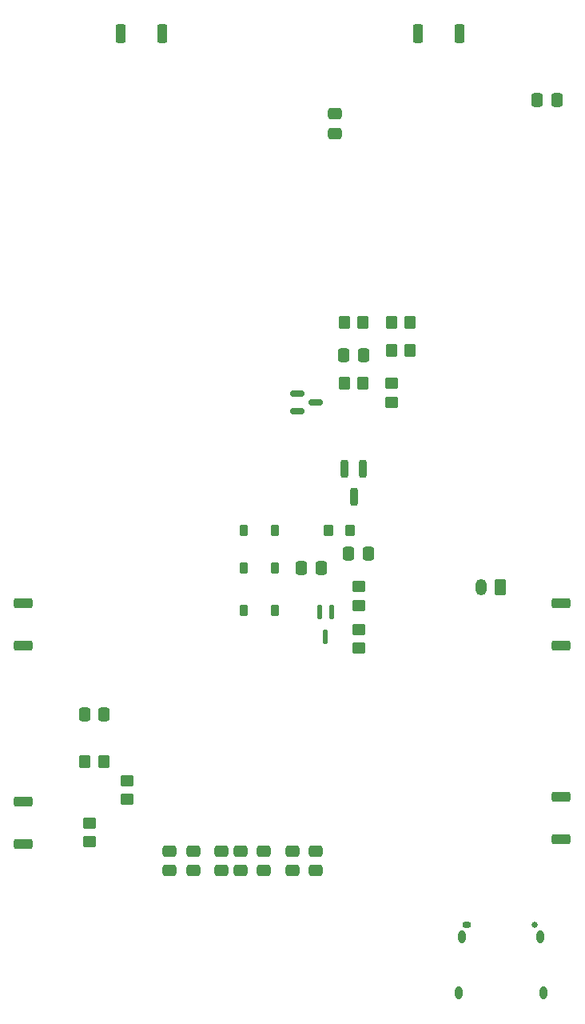
<source format=gbr>
%TF.GenerationSoftware,KiCad,Pcbnew,9.0.6*%
%TF.CreationDate,2025-11-23T22:18:39-05:00*%
%TF.ProjectId,EPD_HUB_ESP32,4550445f-4855-4425-9f45-535033322e6b,rev?*%
%TF.SameCoordinates,Original*%
%TF.FileFunction,Soldermask,Top*%
%TF.FilePolarity,Negative*%
%FSLAX46Y46*%
G04 Gerber Fmt 4.6, Leading zero omitted, Abs format (unit mm)*
G04 Created by KiCad (PCBNEW 9.0.6) date 2025-11-23 22:18:39*
%MOMM*%
%LPD*%
G01*
G04 APERTURE LIST*
G04 Aperture macros list*
%AMRoundRect*
0 Rectangle with rounded corners*
0 $1 Rounding radius*
0 $2 $3 $4 $5 $6 $7 $8 $9 X,Y pos of 4 corners*
0 Add a 4 corners polygon primitive as box body*
4,1,4,$2,$3,$4,$5,$6,$7,$8,$9,$2,$3,0*
0 Add four circle primitives for the rounded corners*
1,1,$1+$1,$2,$3*
1,1,$1+$1,$4,$5*
1,1,$1+$1,$6,$7*
1,1,$1+$1,$8,$9*
0 Add four rect primitives between the rounded corners*
20,1,$1+$1,$2,$3,$4,$5,0*
20,1,$1+$1,$4,$5,$6,$7,0*
20,1,$1+$1,$6,$7,$8,$9,0*
20,1,$1+$1,$8,$9,$2,$3,0*%
G04 Aperture macros list end*
%ADD10RoundRect,0.250000X-0.275000X-0.750000X0.275000X-0.750000X0.275000X0.750000X-0.275000X0.750000X0*%
%ADD11RoundRect,0.250000X0.750000X-0.275000X0.750000X0.275000X-0.750000X0.275000X-0.750000X-0.275000X0*%
%ADD12RoundRect,0.250000X-0.750000X0.275000X-0.750000X-0.275000X0.750000X-0.275000X0.750000X0.275000X0*%
%ADD13RoundRect,0.250000X0.275000X0.750000X-0.275000X0.750000X-0.275000X-0.750000X0.275000X-0.750000X0*%
%ADD14O,1.200000X1.750000*%
%ADD15RoundRect,0.250000X0.350000X0.625000X-0.350000X0.625000X-0.350000X-0.625000X0.350000X-0.625000X0*%
%ADD16C,0.650000*%
%ADD17O,0.950000X0.650000*%
%ADD18O,0.800000X1.400000*%
%ADD19RoundRect,0.250000X-0.450000X0.350000X-0.450000X-0.350000X0.450000X-0.350000X0.450000X0.350000X0*%
%ADD20RoundRect,0.250000X0.337500X0.475000X-0.337500X0.475000X-0.337500X-0.475000X0.337500X-0.475000X0*%
%ADD21RoundRect,0.225000X0.225000X0.375000X-0.225000X0.375000X-0.225000X-0.375000X0.225000X-0.375000X0*%
%ADD22RoundRect,0.112500X0.112500X0.637500X-0.112500X0.637500X-0.112500X-0.637500X0.112500X-0.637500X0*%
%ADD23RoundRect,0.200000X-0.200000X0.750000X-0.200000X-0.750000X0.200000X-0.750000X0.200000X0.750000X0*%
%ADD24RoundRect,0.150000X-0.587500X-0.150000X0.587500X-0.150000X0.587500X0.150000X-0.587500X0.150000X0*%
%ADD25RoundRect,0.225000X-0.225000X-0.375000X0.225000X-0.375000X0.225000X0.375000X-0.225000X0.375000X0*%
%ADD26RoundRect,0.250000X-0.337500X-0.475000X0.337500X-0.475000X0.337500X0.475000X-0.337500X0.475000X0*%
%ADD27RoundRect,0.250000X0.350000X0.450000X-0.350000X0.450000X-0.350000X-0.450000X0.350000X-0.450000X0*%
%ADD28RoundRect,0.250000X-0.350000X-0.450000X0.350000X-0.450000X0.350000X0.450000X-0.350000X0.450000X0*%
%ADD29RoundRect,0.250000X0.275000X0.350000X-0.275000X0.350000X-0.275000X-0.350000X0.275000X-0.350000X0*%
%ADD30RoundRect,0.250000X0.450000X-0.350000X0.450000X0.350000X-0.450000X0.350000X-0.450000X-0.350000X0*%
%ADD31RoundRect,0.250000X0.475000X-0.337500X0.475000X0.337500X-0.475000X0.337500X-0.475000X-0.337500X0*%
%ADD32RoundRect,0.250000X-0.475000X0.337500X-0.475000X-0.337500X0.475000X-0.337500X0.475000X0.337500X0*%
G04 APERTURE END LIST*
D10*
%TO.C,SW3*%
X121713840Y-47000000D03*
X126163840Y-47000000D03*
%TD*%
D11*
%TO.C,SW7*%
X111438840Y-111725000D03*
X111438840Y-107275000D03*
%TD*%
D12*
%TO.C,SW5*%
X111438840Y-128275000D03*
X111438840Y-132725000D03*
%TD*%
D11*
%TO.C,SW4*%
X168438840Y-111725000D03*
X168438840Y-107275000D03*
%TD*%
D13*
%TO.C,SW2*%
X157663840Y-47000000D03*
X153213840Y-47000000D03*
%TD*%
D12*
%TO.C,SW1*%
X168438840Y-127775000D03*
X168438840Y-132225000D03*
%TD*%
D14*
%TO.C,J5*%
X159938840Y-105550000D03*
D15*
X161938840Y-105550000D03*
%TD*%
D16*
%TO.C,J1*%
X165639840Y-141300000D03*
D17*
X158439840Y-141300000D03*
D18*
X166529840Y-148500000D03*
X166169840Y-142550000D03*
X157909840Y-142550000D03*
X157549840Y-148500000D03*
%TD*%
D19*
%TO.C,R15*%
X146938840Y-107500000D03*
X146938840Y-105500000D03*
%TD*%
D20*
%TO.C,C12*%
X145401340Y-81000000D03*
X147476340Y-81000000D03*
%TD*%
D21*
%TO.C,D4*%
X134788840Y-99500000D03*
X138088840Y-99500000D03*
%TD*%
D22*
%TO.C,Q4*%
X143438840Y-110830000D03*
X142788840Y-108170000D03*
X144088840Y-108170000D03*
%TD*%
D19*
%TO.C,R14*%
X146938840Y-112000000D03*
X146938840Y-110000000D03*
%TD*%
D23*
%TO.C,Q5*%
X146438840Y-96000000D03*
X145488840Y-93000000D03*
X147388840Y-93000000D03*
%TD*%
D19*
%TO.C,R20*%
X150438840Y-86000000D03*
X150438840Y-84000000D03*
%TD*%
D24*
%TO.C,Q6*%
X142376340Y-86000000D03*
X140501340Y-86950000D03*
X140501340Y-85050000D03*
%TD*%
D25*
%TO.C,D6*%
X134788840Y-103500000D03*
X138088840Y-103500000D03*
%TD*%
D26*
%TO.C,C11*%
X142976340Y-103500000D03*
X140901340Y-103500000D03*
%TD*%
D27*
%TO.C,R18*%
X150438840Y-80500000D03*
X152438840Y-80500000D03*
%TD*%
%TO.C,R17*%
X145438840Y-77500000D03*
X147438840Y-77500000D03*
%TD*%
D20*
%TO.C,C10*%
X145901340Y-102000000D03*
X147976340Y-102000000D03*
%TD*%
D28*
%TO.C,R16*%
X147438840Y-84000000D03*
X145438840Y-84000000D03*
%TD*%
D21*
%TO.C,D5*%
X134788840Y-108000000D03*
X138088840Y-108000000D03*
%TD*%
D28*
%TO.C,R19*%
X152438840Y-77500000D03*
X150438840Y-77500000D03*
%TD*%
D29*
%TO.C,L1*%
X143788840Y-99500000D03*
X146088840Y-99500000D03*
%TD*%
D28*
%TO.C,R10*%
X119938840Y-124000000D03*
X117938840Y-124000000D03*
%TD*%
D30*
%TO.C,R12*%
X118438840Y-130500000D03*
X118438840Y-132500000D03*
%TD*%
D26*
%TO.C,C8*%
X119976340Y-119000000D03*
X117901340Y-119000000D03*
%TD*%
D30*
%TO.C,R11*%
X122438840Y-126000000D03*
X122438840Y-128000000D03*
%TD*%
D31*
%TO.C,C18*%
X136938840Y-135537500D03*
X136938840Y-133462500D03*
%TD*%
%TO.C,C15*%
X129438840Y-133462500D03*
X129438840Y-135537500D03*
%TD*%
D32*
%TO.C,C34*%
X144438840Y-55462500D03*
X144438840Y-57537500D03*
%TD*%
D31*
%TO.C,C13*%
X132438840Y-135537500D03*
X132438840Y-133462500D03*
%TD*%
%TO.C,C20*%
X126938840Y-135537500D03*
X126938840Y-133462500D03*
%TD*%
%TO.C,C19*%
X134438840Y-135537500D03*
X134438840Y-133462500D03*
%TD*%
D26*
%TO.C,C35*%
X165901340Y-54000000D03*
X167976340Y-54000000D03*
%TD*%
D31*
%TO.C,C21*%
X142438840Y-135537500D03*
X142438840Y-133462500D03*
%TD*%
%TO.C,C17*%
X139938840Y-135537500D03*
X139938840Y-133462500D03*
%TD*%
M02*

</source>
